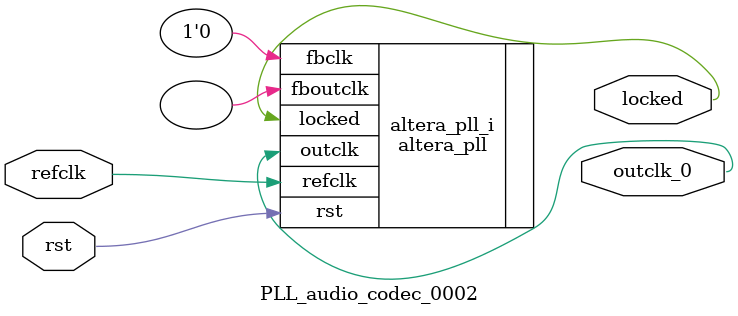
<source format=v>
`timescale 1ns/10ps
module  PLL_audio_codec_0002(

	// interface 'refclk'
	input wire refclk,

	// interface 'reset'
	input wire rst,

	// interface 'outclk0'
	output wire outclk_0,

	// interface 'locked'
	output wire locked
);

	altera_pll #(
		.fractional_vco_multiplier("false"),
		.reference_clock_frequency("50.0 MHz"),
		.operation_mode("direct"),
		.number_of_clocks(1),
		.output_clock_frequency0("12.288135 MHz"),
		.phase_shift0("0 ps"),
		.duty_cycle0(50),
		.output_clock_frequency1("0 MHz"),
		.phase_shift1("0 ps"),
		.duty_cycle1(50),
		.output_clock_frequency2("0 MHz"),
		.phase_shift2("0 ps"),
		.duty_cycle2(50),
		.output_clock_frequency3("0 MHz"),
		.phase_shift3("0 ps"),
		.duty_cycle3(50),
		.output_clock_frequency4("0 MHz"),
		.phase_shift4("0 ps"),
		.duty_cycle4(50),
		.output_clock_frequency5("0 MHz"),
		.phase_shift5("0 ps"),
		.duty_cycle5(50),
		.output_clock_frequency6("0 MHz"),
		.phase_shift6("0 ps"),
		.duty_cycle6(50),
		.output_clock_frequency7("0 MHz"),
		.phase_shift7("0 ps"),
		.duty_cycle7(50),
		.output_clock_frequency8("0 MHz"),
		.phase_shift8("0 ps"),
		.duty_cycle8(50),
		.output_clock_frequency9("0 MHz"),
		.phase_shift9("0 ps"),
		.duty_cycle9(50),
		.output_clock_frequency10("0 MHz"),
		.phase_shift10("0 ps"),
		.duty_cycle10(50),
		.output_clock_frequency11("0 MHz"),
		.phase_shift11("0 ps"),
		.duty_cycle11(50),
		.output_clock_frequency12("0 MHz"),
		.phase_shift12("0 ps"),
		.duty_cycle12(50),
		.output_clock_frequency13("0 MHz"),
		.phase_shift13("0 ps"),
		.duty_cycle13(50),
		.output_clock_frequency14("0 MHz"),
		.phase_shift14("0 ps"),
		.duty_cycle14(50),
		.output_clock_frequency15("0 MHz"),
		.phase_shift15("0 ps"),
		.duty_cycle15(50),
		.output_clock_frequency16("0 MHz"),
		.phase_shift16("0 ps"),
		.duty_cycle16(50),
		.output_clock_frequency17("0 MHz"),
		.phase_shift17("0 ps"),
		.duty_cycle17(50),
		.pll_type("General"),
		.pll_subtype("General")
	) altera_pll_i (
		.rst	(rst),
		.outclk	({outclk_0}),
		.locked	(locked),
		.fboutclk	( ),
		.fbclk	(1'b0),
		.refclk	(refclk)
	);
endmodule


</source>
